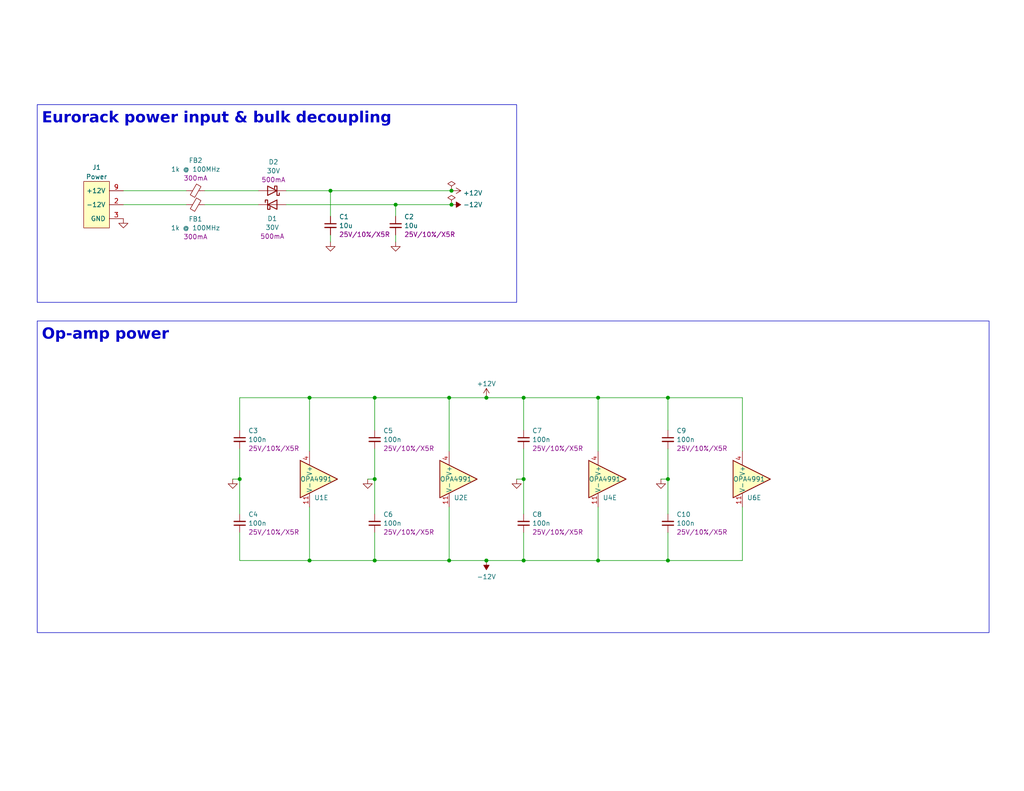
<source format=kicad_sch>
(kicad_sch (version 20230121) (generator eeschema)
  (paper "USLetter")
  (title_block (title "Helium") (date "2023-04-05") (rev "v3") (company "Winterbloom") (comment 1 "Alethea Flowers") (comment 2 "CERN OHL-P v2") (comment 3 "helium.wntr.dev"))
  (lib_symbols
    (symbol "Device:C_Small" (pin_numbers hide) (pin_names (offset 0.254) hide)
      (property "Reference" "C" (at 0.254 1.778 0))
      (property "Value" "C_Small" (at 0.254 -2.032 0))
      (symbol "C_Small_0_1"
        (polyline (pts (xy -1.524 -0.508) (xy 1.524 -0.508)) (stroke (width 0.3302)))
        (polyline (pts (xy -1.524 0.508) (xy 1.524 0.508)) (stroke (width 0.3048)))
      )
      (symbol "C_Small_1_1"
        (pin passive line (at 0 2.54 270) (length 2.032) (name "~") (number "1"))
        (pin passive line (at 0 -2.54 90) (length 2.032) (name "~") (number "2"))
      )
    )
    (symbol "Device:FerriteBead_Small" (pin_numbers hide) (pin_names (offset 0))
      (property "Reference" "FB" (at 1.905 1.27 0))
      (property "Value" "FerriteBead_Small" (at 1.905 -1.27 0))
      (symbol "FerriteBead_Small_0_1"
        (polyline (pts (xy 0 -1.27) (xy 0 -0.7874)))
        (polyline (pts (xy 0 0.889) (xy 0 1.2954)))
        (polyline (pts (xy -1.8288 0.2794) (xy -1.1176 1.4986) (xy 1.8288 -0.2032) (xy 1.1176 -1.4224) (xy -1.8288 0.2794)))
      )
      (symbol "FerriteBead_Small_1_1"
        (pin passive line (at 0 2.54 270) (length 1.27) (name "~") (number "1"))
        (pin passive line (at 0 -2.54 90) (length 1.27) (name "~") (number "2"))
      )
    )
    (symbol "Diode:1N5819" (pin_numbers hide) (pin_names (offset 1.016) hide)
      (property "Reference" "D" (at 0 2.54 0))
      (property "Value" "1N5819" (at 0 -2.54 0))
      (symbol "1N5819_0_1"
        (polyline (pts (xy 1.27 0) (xy -1.27 0)))
        (polyline (pts (xy 1.27 1.27) (xy 1.27 -1.27) (xy -1.27 0) (xy 1.27 1.27)) (stroke (width 0.254)))
        (polyline (pts (xy -1.905 0.635) (xy -1.905 1.27) (xy -1.27 1.27) (xy -1.27 -1.27) (xy -0.635 -1.27) (xy -0.635 -0.635)) (stroke (width 0.254)))
      )
      (symbol "1N5819_1_1"
        (pin passive line (at -3.81 0 0) (length 2.54) (name "K") (number "1"))
        (pin passive line (at 3.81 0 180) (length 2.54) (name "A") (number "2"))
      )
    )
    (symbol "power:+12V" (power) (pin_names (offset 0))
      (property "Value" "+12V" (at 0 3.556 0))
      (symbol "+12V_0_1"
        (polyline (pts (xy -0.762 1.27) (xy 0 2.54)))
        (polyline (pts (xy 0 0) (xy 0 2.54)))
        (polyline (pts (xy 0 2.54) (xy 0.762 1.27)))
      )
      (symbol "+12V_1_1"
        (pin power_in line (at 0 0 90) (length 0) hide (name "+12V") (number "1"))
      )
    )
    (symbol "power:-12V" (power) (pin_names (offset 0))
      (property "Value" "-12V" (at 0 3.81 0))
      (symbol "-12V_0_0"
        (pin power_in line (at 0 0 90) (length 0) hide (name "-12V") (number "1"))
      )
      (symbol "-12V_0_1"
        (polyline (pts (xy 0 0) (xy 0 1.27) (xy 0.762 1.27) (xy 0 2.54) (xy -0.762 1.27) (xy 0 1.27)) (fill (type outline)))
      )
    )
    (symbol "power:GND" (power) (pin_names (offset 0))
      (property "Value" "GND" (at 0 -3.81 0))
      (symbol "GND_0_1"
        (polyline (pts (xy 0 0) (xy 0 -1.27) (xy 1.27 -1.27) (xy 0 -2.54) (xy -1.27 -1.27) (xy 0 -1.27)))
      )
      (symbol "GND_1_1"
        (pin power_in line (at 0 0 270) (length 0) hide (name "GND") (number "1"))
      )
    )
    (symbol "power:PWR_FLAG" (power) (pin_numbers hide) (pin_names (offset 0) hide)
      (property "Value" "PWR_FLAG" (at 0 3.81 0))
      (symbol "PWR_FLAG_0_0"
        (pin power_out line (at 0 0 90) (length 0) (name "pwr") (number "1"))
      )
      (symbol "PWR_FLAG_0_1"
        (polyline (pts (xy 0 0) (xy 0 1.27) (xy -1.016 1.905) (xy 0 2.54) (xy 1.016 1.905) (xy 0 1.27)))
      )
    )
    (symbol "winterbloom:Eurorack_Power" (pin_names (offset 1.016))
      (property "Reference" "J" (at -0.635 7.62 0))
      (property "Value" "Eurorack_Power" (at 0 -7.62 0))
      (symbol "Eurorack_Power_0_1"
        (rectangle (start -3.175 6.35) (end 3.81 -6.35) (fill (type background)))
      )
      (symbol "Eurorack_Power_1_1"
        (pin power_out line (at 7.62 0 180) (length 3.81) hide (name "-12V") (number "1"))
        (pin passive line (at 7.62 3.81 180) (length 3.81) hide (name "+12V") (number "10"))
        (pin passive line (at 7.62 0 180) (length 3.81) (name "-12V") (number "2"))
        (pin power_out line (at 7.62 -3.81 180) (length 3.81) (name "GND") (number "3"))
        (pin passive line (at 7.62 -3.81 180) (length 3.81) hide (name "GND") (number "4"))
        (pin passive line (at 7.62 -3.81 180) (length 3.81) hide (name "GND") (number "5"))
        (pin passive line (at 7.62 -3.81 180) (length 3.81) hide (name "GND") (number "6"))
        (pin passive line (at 7.62 -3.81 180) (length 3.81) hide (name "GND") (number "7"))
        (pin passive line (at 7.62 -3.81 180) (length 3.81) hide (name "GND") (number "8"))
        (pin power_out line (at 7.62 3.81 180) (length 3.81) (name "+12V") (number "9"))
      )
    )
    (symbol "winterbloom:OPA4991" (pin_names (offset 0.127))
      (property "Reference" "U" (at 0.762 3.048 0))
      (property "Value" "OPA4991" (at 0.508 -3.302 0))
      (symbol "OPA4991_1_1"
        (polyline (pts (xy -5.08 5.08) (xy 5.08 0) (xy -5.08 -5.08) (xy -5.08 5.08)) (stroke (width 0.254)) (fill (type background)))
        (pin output line (at 7.62 0 180) (length 2.54) (name "~") (number "1"))
        (pin input line (at -7.62 -2.54 0) (length 2.54) (name "-") (number "2"))
        (pin input line (at -7.62 2.54 0) (length 2.54) (name "+") (number "3"))
      )
      (symbol "OPA4991_2_1"
        (polyline (pts (xy -5.08 5.08) (xy 5.08 0) (xy -5.08 -5.08) (xy -5.08 5.08)) (stroke (width 0.254)) (fill (type background)))
        (pin input line (at -7.62 2.54 0) (length 2.54) (name "+") (number "5"))
        (pin input line (at -7.62 -2.54 0) (length 2.54) (name "-") (number "6"))
        (pin output line (at 7.62 0 180) (length 2.54) (name "~") (number "7"))
      )
      (symbol "OPA4991_3_1"
        (polyline (pts (xy -5.08 5.08) (xy 5.08 0) (xy -5.08 -5.08) (xy -5.08 5.08)) (stroke (width 0.254)) (fill (type background)))
        (pin input line (at -7.62 2.54 0) (length 2.54) (name "+") (number "10"))
        (pin output line (at 7.62 0 180) (length 2.54) (name "~") (number "8"))
        (pin input line (at -7.62 -2.54 0) (length 2.54) (name "-") (number "9"))
      )
      (symbol "OPA4991_4_1"
        (polyline (pts (xy -5.08 5.08) (xy 5.08 0) (xy -5.08 -5.08) (xy -5.08 5.08)) (stroke (width 0.254)) (fill (type background)))
        (pin input line (at -7.62 2.54 0) (length 2.54) (name "+") (number "12"))
        (pin input line (at -7.62 -2.54 0) (length 2.54) (name "-") (number "13"))
        (pin output line (at 7.62 0 180) (length 2.54) (name "~") (number "14"))
      )
      (symbol "OPA4991_5_1"
        (polyline (pts (xy -5.08 5.08) (xy 5.08 0) (xy -5.08 -5.08) (xy -5.08 5.08)) (stroke (width 0.254)) (fill (type background)))
        (pin power_in line (at -2.54 -7.62 90) (length 3.81) (name "V-") (number "11"))
        (pin power_in line (at -2.54 7.62 270) (length 3.81) (name "V+") (number "4"))
      )
    )
  )
  (junction (at 84.455 108.585))
  (junction (at 122.555 108.585))
  (junction (at 90.17 52.07))
  (junction (at 122.555 153.035))
  (junction (at 142.875 130.81))
  (junction (at 132.715 108.585))
  (junction (at 107.95 55.88))
  (junction (at 123.19 55.88))
  (junction (at 102.235 130.81))
  (junction (at 102.235 108.585))
  (junction (at 163.195 153.035))
  (junction (at 182.245 108.585))
  (junction (at 163.195 108.585))
  (junction (at 142.875 108.585))
  (junction (at 84.455 153.035))
  (junction (at 182.245 130.81))
  (junction (at 102.235 153.035))
  (junction (at 132.715 153.035))
  (junction (at 182.245 153.035))
  (junction (at 123.19 52.07))
  (junction (at 142.875 153.035))
  (junction (at 65.405 130.81))
  (wire (pts (xy 142.875 108.585) (xy 142.875 117.475)))
  (wire (pts (xy 202.565 138.43) (xy 202.565 153.035)))
  (wire (pts (xy 122.555 153.035) (xy 132.715 153.035)))
  (wire (pts (xy 102.235 153.035) (xy 122.555 153.035)))
  (wire (pts (xy 102.235 122.555) (xy 102.235 130.81)))
  (wire (pts (xy 78.105 52.07) (xy 90.17 52.07)))
  (wire (pts (xy 55.88 55.88) (xy 70.485 55.88)))
  (wire (pts (xy 65.405 117.475) (xy 65.405 108.585)))
  (wire (pts (xy 180.34 130.81) (xy 182.245 130.81)))
  (wire (pts (xy 107.95 55.88) (xy 107.95 59.055)))
  (wire (pts (xy 142.875 153.035) (xy 163.195 153.035)))
  (wire (pts (xy 142.875 108.585) (xy 163.195 108.585)))
  (wire (pts (xy 122.555 138.43) (xy 122.555 153.035)))
  (wire (pts (xy 182.245 130.81) (xy 182.245 140.335)))
  (wire (pts (xy 102.235 140.335) (xy 102.235 130.81)))
  (wire (pts (xy 132.715 153.035) (xy 142.875 153.035)))
  (wire (pts (xy 163.195 153.035) (xy 182.245 153.035)))
  (wire (pts (xy 102.235 108.585) (xy 84.455 108.585)))
  (wire (pts (xy 63.5 130.81) (xy 65.405 130.81)))
  (wire (pts (xy 122.555 123.19) (xy 122.555 108.585)))
  (wire (pts (xy 107.95 66.04) (xy 107.95 64.135)))
  (wire (pts (xy 182.245 108.585) (xy 182.245 117.475)))
  (wire (pts (xy 102.235 108.585) (xy 122.555 108.585)))
  (wire (pts (xy 142.875 130.81) (xy 142.875 122.555)))
  (wire (pts (xy 84.455 153.035) (xy 102.235 153.035)))
  (wire (pts (xy 163.195 138.43) (xy 163.195 153.035)))
  (wire (pts (xy 84.455 138.43) (xy 84.455 153.035)))
  (wire (pts (xy 182.245 153.035) (xy 202.565 153.035)))
  (wire (pts (xy 132.715 108.585) (xy 142.875 108.585)))
  (wire (pts (xy 182.245 153.035) (xy 182.245 145.415)))
  (wire (pts (xy 102.235 108.585) (xy 102.235 117.475)))
  (wire (pts (xy 33.655 52.07) (xy 50.8 52.07)))
  (wire (pts (xy 65.405 122.555) (xy 65.405 130.81)))
  (wire (pts (xy 163.195 108.585) (xy 182.245 108.585)))
  (wire (pts (xy 102.235 130.81) (xy 100.33 130.81)))
  (wire (pts (xy 202.565 108.585) (xy 202.565 123.19)))
  (wire (pts (xy 55.88 52.07) (xy 70.485 52.07)))
  (wire (pts (xy 65.405 145.415) (xy 65.405 153.035)))
  (wire (pts (xy 142.875 140.335) (xy 142.875 130.81)))
  (wire (pts (xy 65.405 140.335) (xy 65.405 130.81)))
  (wire (pts (xy 102.235 145.415) (xy 102.235 153.035)))
  (wire (pts (xy 33.655 55.88) (xy 50.8 55.88)))
  (wire (pts (xy 142.875 153.035) (xy 142.875 145.415)))
  (wire (pts (xy 182.245 108.585) (xy 202.565 108.585)))
  (wire (pts (xy 90.17 52.07) (xy 123.19 52.07)))
  (wire (pts (xy 140.97 130.81) (xy 142.875 130.81)))
  (wire (pts (xy 182.245 130.81) (xy 182.245 122.555)))
  (wire (pts (xy 163.195 108.585) (xy 163.195 123.19)))
  (wire (pts (xy 90.17 66.04) (xy 90.17 64.135)))
  (wire (pts (xy 90.17 52.07) (xy 90.17 59.055)))
  (wire (pts (xy 65.405 153.035) (xy 84.455 153.035)))
  (wire (pts (xy 107.95 55.88) (xy 123.19 55.88)))
  (wire (pts (xy 65.405 108.585) (xy 84.455 108.585)))
  (wire (pts (xy 84.455 108.585) (xy 84.455 123.19)))
  (wire (pts (xy 78.105 55.88) (xy 107.95 55.88)))
  (wire (pts (xy 122.555 108.585) (xy 132.715 108.585)))
  (rectangle (start 10.16 87.63) (end 269.875 172.72))
  (rectangle (start 10.16 28.575) (end 140.97 82.55))
  (text "Eurorack power input & bulk decoupling" (at 11.43 34.925 0) (effects (font (size 3 3) (thickness 0.508) bold) (justify left bottom)))
  (text "Op-amp power" (at 11.43 93.98 0) (effects (font (size 3 3) (thickness 0.508) bold) (justify left bottom)))
  (symbol (lib_id "power:GND") (at 90.17 66.04 0) (unit 1)
    (property "Reference" "#PWR0118" (effects hide))
    (property "Value" "GND" (effects hide))
    (instances (project "board" (path "" (reference "#PWR0118") (unit 1)) (path "" (reference "#PWR04") (unit 1))))
  )
  (symbol (lib_id "Device:C_Small") (at 142.875 142.875 180) (unit 1)
    (property "Reference" "C8" (at 145.1991 140.4444 0) (effects (justify right)))
    (property "Value" "100n" (at 145.1991 142.8686 0) (effects (justify right)))
    (property "Footprint" "winterbloom:C_0603_HandSolder" (effects hide))
    (property "Notes" "Op-amp bypass cap" (effects hide))
    (property "Rating" "25V/10%/X5R" (at 145.1991 145.2928 0) (effects (justify right)))
    (property "MPN" "CL10B104KB8NNNC" (effects hide))
    (property "DigiKey" "1276-1000-2-ND" (effects hide))
    (property "LCSC" "C1591" (effects hide))
    (property "Mouser" "187-CL10B104KB8NNNC" (effects hide))
  )
  (symbol (lib_id "power:+12V") (at 123.19 52.07 270) (unit 1)
    (property "Reference" "#PWR0104" (effects hide))
    (property "Value" "+12V" (at 126.365 52.705 90) (effects (justify left)))
    (instances (project "board" (path "" (reference "#PWR0104") (unit 1)) (path "" (reference "#PWR08") (unit 1))))
  )
  (symbol (lib_id "Device:C_Small") (at 65.405 120.015 0) (unit 1)
    (property "Reference" "C3" (at 67.7291 117.5971 0) (effects (justify left)))
    (property "Value" "100n" (at 67.7291 120.0213 0) (effects (justify left)))
    (property "Footprint" "winterbloom:C_0603_HandSolder" (effects hide))
    (property "Notes" "Op-amp bypass cap" (effects hide))
    (property "Rating" "25V/10%/X5R" (at 67.7291 122.4455 0) (effects (justify left)))
    (property "MPN" "CL10B104KB8NNNC" (effects hide))
    (property "DigiKey" "1276-1000-2-ND" (effects hide))
    (property "LCSC" "C1591" (effects hide))
    (property "Mouser" "187-CL10B104KB8NNNC" (effects hide))
  )
  (symbol (lib_id "Diode:1N5819") (at 74.295 52.07 180) (unit 1)
    (property "Reference" "D2" (at 74.6125 44.2315 0))
    (property "Value" "30V" (at 74.6125 46.6557 0))
    (property "Footprint" "winterbloom:D_SOD-123+SOD-123F" (effects hide))
    (property "Datasheet" "https://assets.nexperia.com/documents/data-sheet/PMEG2005EGW.pdf" (effects hide))
    (property "Notes" "Can sub almost any PMEGxxxxEG part with more than 300mA If" (effects hide))
    (property "Rating" "500mA" (at 74.6125 49.0799 0))
    (property "MPN" "PMEG2005EGWX" (effects hide))
    (property "DigiKey" "1727-7329-1-ND" (effects hide))
    (property "LCSC" "C133636" (effects hide))
    (property "Mouser" "841-PMEG2005EGWX" (effects hide))
  )
  (symbol (lib_id "winterbloom:Eurorack_Power") (at 26.035 55.88 0) (unit 1)
    (property "Reference" "J1" (at 26.3525 45.72 0))
    (property "Value" "Power" (at 26.3525 48.26 0))
    (property "Footprint" "winterbloom:Eurorack_Power_2x5_Shrouded_Lock" (effects hide))
    (property "Datasheet" "https://www.on-shore.com/wp-content/uploads/302-S.pdf" (effects hide))
    (property "MPN" "302-S101" (effects hide))
    (property "DigiKey" "ED1543-ND" (effects hide))
    (property "LCSC" "C429962" (effects hide))
    (property "Mouser" "710-61201021621" (effects hide))
  )
  (symbol (lib_id "power:GND") (at 100.33 130.81 0) (unit 1)
    (property "Reference" "#PWR0112" (effects hide))
    (property "Value" "GND" (effects hide))
    (instances (project "board" (path "" (reference "#PWR0112") (unit 1)) (path "" (reference "#PWR012") (unit 1))))
  )
  (symbol (lib_id "power:GND") (at 180.34 130.81 0) (unit 1)
    (property "Reference" "#PWR0134" (effects hide))
    (property "Value" "GND" (effects hide))
    (instances (project "board" (path "" (reference "#PWR0134") (unit 1)) (path "" (reference "#PWR018") (unit 1))))
  )
  (symbol (lib_id "Device:C_Small") (at 107.95 61.595 0) (unit 1)
    (property "Reference" "C2" (at 110.2741 59.1771 0) (effects (justify left)))
    (property "Value" "10u" (at 110.2741 61.6013 0) (effects (justify left)))
    (property "Footprint" "winterbloom:C_0805_HandSolder" (effects hide))
    (property "Notes" "Bulk bypass cap" (effects hide))
    (property "Rating" "25V/10%/X5R" (at 110.2741 64.0255 0) (effects (justify left)))
    (property "MPN" "GRM21BR61E106KA73K" (effects hide))
    (property "DigiKey" "490-16824-1-ND" (effects hide))
    (property "LCSC" "C3909351" (effects hide))
    (property "Mouser" "81-GRM21BR61E106KA3K" (effects hide))
  )
  (symbol (lib_id "winterbloom:OPA4991") (at 86.995 130.81 0) (unit 5)
    (property "Reference" "U1" (at 85.725 135.89 0) (effects (justify left)))
    (property "Value" "OPA4991" (at 81.915 130.81 0) (effects (justify left)))
    (property "Footprint" "Package_SO:TSSOP-14_4.4x5mm_P0.65mm" (effects hide))
    (property "Datasheet" "https://www.ti.com/lit/ds/symlink/opa4991.pdf" (effects hide))
    (property "MPN" "OPA4991IPWR" (effects hide))
    (property "DigiKey" "296-OPA4991IPWRCT-ND" (effects hide))
    (property "LCSC" "C2873620" (effects hide))
    (property "Mouser" "595-OPA4991IPWR" (effects hide))
    (property "Notes" "Sub with OPA4171, OPA1679, OPA4197" (effects hide))
  )
  (symbol (lib_id "Device:C_Small") (at 182.245 120.015 0) (unit 1)
    (property "Reference" "C9" (at 184.5691 117.5971 0) (effects (justify left)))
    (property "Value" "100n" (at 184.5691 120.0213 0) (effects (justify left)))
    (property "Footprint" "winterbloom:C_0603_HandSolder" (effects hide))
    (property "Notes" "Op-amp bypass cap" (effects hide))
    (property "Rating" "25V/10%/X5R" (at 184.5691 122.4455 0) (effects (justify left)))
    (property "MPN" "CL10B104KB8NNNC" (effects hide))
    (property "DigiKey" "1276-1000-2-ND" (effects hide))
    (property "LCSC" "C1591" (effects hide))
    (property "Mouser" "187-CL10B104KB8NNNC" (effects hide))
  )
  (symbol (lib_id "power:+12V") (at 132.715 108.585 0) (unit 1)
    (property "Reference" "#PWR0128" (effects hide))
    (property "Value" "+12V" (at 132.715 104.775 0))
    (instances (project "board" (path "" (reference "#PWR0128") (unit 1)) (path "" (reference "#PWR014") (unit 1))))
  )
  (symbol (lib_id "power:GND") (at 140.97 130.81 0) (unit 1)
    (property "Reference" "#PWR0124" (effects hide))
    (property "Value" "GND" (effects hide))
    (instances (project "board" (path "" (reference "#PWR0124") (unit 1)) (path "" (reference "#PWR015") (unit 1))))
  )
  (symbol (lib_id "power:GND") (at 33.655 59.69 0) (unit 1)
    (property "Reference" "#PWR0101" (effects hide))
    (property "Value" "GND" (effects hide))
    (instances (project "board" (path "" (reference "#PWR0101") (unit 1)) (path "" (reference "#PWR03") (unit 1))))
  )
  (symbol (lib_id "Diode:1N5819") (at 74.295 55.88 0) (unit 1)
    (property "Reference" "D1" (at 74.295 59.69 0))
    (property "Value" "30V" (at 74.295 62.1142 0))
    (property "Footprint" "winterbloom:D_SOD-123+SOD-123F" (effects hide))
    (property "Datasheet" "https://assets.nexperia.com/documents/data-sheet/PMEG2005EGW.pdf" (effects hide))
    (property "Notes" "Can sub almost any PMEGxxxxEG part with more than 300mA If" (effects hide))
    (property "Rating" "500mA" (at 74.295 64.5384 0))
    (property "MPN" "PMEG2005EGWX" (effects hide))
    (property "DigiKey" "1727-7329-1-ND" (effects hide))
    (property "LCSC" "C133636" (effects hide))
    (property "Mouser" "841-PMEG2005EGWX" (effects hide))
  )
  (symbol (lib_id "power:-12V") (at 132.715 153.035 180) (unit 1)
    (property "Reference" "#PWR0105" (effects hide))
    (property "Value" "-12V" (at 132.715 157.48 0))
    (instances (project "board" (path "" (reference "#PWR0105") (unit 1)) (path "" (reference "#PWR016") (unit 1))))
  )
  (symbol (lib_id "Device:C_Small") (at 65.405 142.875 180) (unit 1)
    (property "Reference" "C4" (at 67.7291 140.4444 0) (effects (justify right)))
    (property "Value" "100n" (at 67.7291 142.8686 0) (effects (justify right)))
    (property "Footprint" "winterbloom:C_0603_HandSolder" (effects hide))
    (property "Notes" "Op-amp bypass cap" (effects hide))
    (property "Rating" "25V/10%/X5R" (at 67.7291 145.2928 0) (effects (justify right)))
    (property "MPN" "CL10B104KB8NNNC" (effects hide))
    (property "DigiKey" "1276-1000-2-ND" (effects hide))
    (property "LCSC" "C1591" (effects hide))
    (property "Mouser" "187-CL10B104KB8NNNC" (effects hide))
  )
  (symbol (lib_id "power:-12V") (at 123.19 55.88 270) (unit 1)
    (property "Reference" "#PWR0103" (effects hide))
    (property "Value" "-12V" (at 126.365 55.88 90) (effects (justify left)))
    (instances (project "board" (path "" (reference "#PWR0103") (unit 1)) (path "" (reference "#PWR09") (unit 1))))
  )
  (symbol (lib_id "power:GND") (at 63.5 130.81 0) (unit 1)
    (property "Reference" "#PWR0113" (effects hide))
    (property "Value" "GND" (effects hide))
    (instances (project "board" (path "" (reference "#PWR0113") (unit 1)) (path "" (reference "#PWR011") (unit 1))))
  )
  (symbol (lib_id "power:PWR_FLAG") (at 123.19 52.07 0) (unit 1)
    (property "Reference" "#FLG0101" (effects hide))
    (property "Value" "PWR_FLAG" (effects hide))
    (instances (project "board" (path "" (reference "#FLG0101") (unit 1)) (path "" (reference "#FLG01") (unit 1))))
  )
  (symbol (lib_id "Device:FerriteBead_Small") (at 53.34 55.88 270) (unit 1)
    (property "Reference" "FB1" (at 53.34 59.8058 90))
    (property "Value" "1k @ 100MHz" (at 53.34 62.23 90))
    (property "Footprint" "winterbloom:L_0603_HandSolder" (effects hide))
    (property "Datasheet" "https://www.murata.com/en-us/products/productdata/8796738650142/ENFA0003.pdf" (effects hide))
    (property "Rating" "300mA" (at 53.34 64.6542 90))
    (property "MPN" "BLM18AG102SN1D" (effects hide))
    (property "DigiKey" "490-1015-1-ND" (effects hide))
    (property "LCSC" "C85824" (effects hide))
    (property "Mouser" "81-BLM11A102S" (effects hide))
  )
  (symbol (lib_id "winterbloom:OPA4991") (at 165.735 130.81 0) (unit 5)
    (property "Reference" "U4" (at 164.465 135.89 0) (effects (justify left)))
    (property "Value" "OPA4991" (at 160.655 130.81 0) (effects (justify left)))
    (property "Footprint" "Package_SO:TSSOP-14_4.4x5mm_P0.65mm" (effects hide))
    (property "Datasheet" "https://www.ti.com/lit/ds/symlink/opa4991.pdf" (effects hide))
    (property "MPN" "OPA4991IPWR" (effects hide))
    (property "DigiKey" "296-OPA4991IPWRCT-ND" (effects hide))
    (property "LCSC" "C2873620" (effects hide))
    (property "Mouser" "595-OPA4991IPWR" (effects hide))
    (property "Notes" "Sub with OPA4171, OPA1679, OPA4197" (effects hide))
  )
  (symbol (lib_id "winterbloom:OPA4991") (at 205.105 130.81 0) (unit 5)
    (property "Reference" "U6" (at 203.835 135.89 0) (effects (justify left)))
    (property "Value" "OPA4991" (at 200.025 130.81 0) (effects (justify left)))
    (property "Footprint" "Package_SO:TSSOP-14_4.4x5mm_P0.65mm" (effects hide))
    (property "Datasheet" "https://www.ti.com/lit/ds/symlink/opa4991.pdf" (effects hide))
    (property "MPN" "OPA4991IPWR" (effects hide))
    (property "DigiKey" "296-OPA4991IPWRCT-ND" (effects hide))
    (property "LCSC" "C2873620" (effects hide))
    (property "Mouser" "595-OPA4991IPWR" (effects hide))
    (property "Notes" "Sub with OPA4171, OPA1679, OPA4197" (effects hide))
  )
  (symbol (lib_id "power:PWR_FLAG") (at 123.19 55.88 0) (unit 1)
    (property "Reference" "#FLG0102" (effects hide))
    (property "Value" "PWR_FLAG" (effects hide))
    (instances (project "board" (path "" (reference "#FLG0102") (unit 1)) (path "" (reference "#FLG02") (unit 1))))
  )
  (symbol (lib_id "Device:FerriteBead_Small") (at 53.34 52.07 270) (unit 1)
    (property "Reference" "FB2" (at 53.3781 43.7997 90))
    (property "Value" "1k @ 100MHz" (at 53.3781 46.2239 90))
    (property "Footprint" "winterbloom:L_0603_HandSolder" (effects hide))
    (property "Datasheet" "https://www.murata.com/en-us/products/productdata/8796738650142/ENFA0003.pdf" (effects hide))
    (property "Rating" "300mA" (at 53.3781 48.6481 90))
    (property "MPN" "BLM18AG102SN1D" (effects hide))
    (property "DigiKey" "490-1015-1-ND" (effects hide))
    (property "LCSC" "C85824" (effects hide))
    (property "Mouser" "81-BLM11A102S" (effects hide))
  )
  (symbol (lib_id "Device:C_Small") (at 90.17 61.595 0) (unit 1)
    (property "Reference" "C1" (at 92.4941 59.1771 0) (effects (justify left)))
    (property "Value" "10u" (at 92.4941 61.6013 0) (effects (justify left)))
    (property "Footprint" "winterbloom:C_0805_HandSolder" (effects hide))
    (property "Notes" "Bulk bypass cap" (effects hide))
    (property "Rating" "25V/10%/X5R" (at 92.4941 64.0255 0) (effects (justify left)))
    (property "MPN" "GRM21BR61E106KA73K" (effects hide))
    (property "DigiKey" "490-16824-1-ND" (effects hide))
    (property "LCSC" "C3909351" (effects hide))
    (property "Mouser" "81-GRM21BR61E106KA3K" (effects hide))
  )
  (symbol (lib_id "Device:C_Small") (at 102.235 120.015 0) (unit 1)
    (property "Reference" "C5" (at 104.5591 117.5971 0) (effects (justify left)))
    (property "Value" "100n" (at 104.5591 120.0213 0) (effects (justify left)))
    (property "Footprint" "winterbloom:C_0603_HandSolder" (effects hide))
    (property "Notes" "Op-amp bypass cap" (effects hide))
    (property "Rating" "25V/10%/X5R" (at 104.5591 122.4455 0) (effects (justify left)))
    (property "MPN" "CL10B104KB8NNNC" (effects hide))
    (property "DigiKey" "1276-1000-2-ND" (effects hide))
    (property "LCSC" "C1591" (effects hide))
    (property "Mouser" "187-CL10B104KB8NNNC" (effects hide))
  )
  (symbol (lib_id "winterbloom:OPA4991") (at 125.095 130.81 0) (unit 5)
    (property "Reference" "U2" (at 123.825 135.89 0) (effects (justify left)))
    (property "Value" "OPA4991" (at 120.015 130.81 0) (effects (justify left)))
    (property "Footprint" "Package_SO:TSSOP-14_4.4x5mm_P0.65mm" (effects hide))
    (property "Datasheet" "https://www.ti.com/lit/ds/symlink/opa4991.pdf" (effects hide))
    (property "MPN" "OPA4991IPWR" (effects hide))
    (property "DigiKey" "296-OPA4991IPWRCT-ND" (effects hide))
    (property "LCSC" "C2873620" (effects hide))
    (property "Mouser" "595-OPA4991IPWR" (effects hide))
    (property "Notes" "Sub with OPA4171, OPA1679, OPA4197" (effects hide))
  )
  (symbol (lib_id "power:GND") (at 107.95 66.04 0) (unit 1)
    (property "Reference" "#PWR0102" (effects hide))
    (property "Value" "GND" (effects hide))
    (instances (project "board" (path "" (reference "#PWR0102") (unit 1)) (path "" (reference "#PWR05") (unit 1))))
  )
  (symbol (lib_id "Device:C_Small") (at 142.875 120.015 0) (unit 1)
    (property "Reference" "C7" (at 145.1991 117.5971 0) (effects (justify left)))
    (property "Value" "100n" (at 145.1991 120.0213 0) (effects (justify left)))
    (property "Footprint" "winterbloom:C_0603_HandSolder" (effects hide))
    (property "Notes" "Op-amp bypass cap" (effects hide))
    (property "Rating" "25V/10%/X5R" (at 145.1991 122.4455 0) (effects (justify left)))
    (property "MPN" "CL10B104KB8NNNC" (effects hide))
    (property "DigiKey" "1276-1000-2-ND" (effects hide))
    (property "LCSC" "C1591" (effects hide))
    (property "Mouser" "187-CL10B104KB8NNNC" (effects hide))
  )
  (symbol (lib_id "Device:C_Small") (at 102.235 142.875 180) (unit 1)
    (property "Reference" "C6" (at 104.5591 140.4444 0) (effects (justify right)))
    (property "Value" "100n" (at 104.5591 142.8686 0) (effects (justify right)))
    (property "Footprint" "winterbloom:C_0603_HandSolder" (effects hide))
    (property "Notes" "Op-amp bypass cap" (effects hide))
    (property "Rating" "25V/10%/X5R" (at 104.5591 145.2928 0) (effects (justify right)))
    (property "MPN" "CL10B104KB8NNNC" (effects hide))
    (property "DigiKey" "1276-1000-2-ND" (effects hide))
    (property "LCSC" "C1591" (effects hide))
    (property "Mouser" "187-CL10B104KB8NNNC" (effects hide))
  )
  (symbol (lib_id "Device:C_Small") (at 182.245 142.875 180) (unit 1)
    (property "Reference" "C10" (at 184.5691 140.4444 0) (effects (justify right)))
    (property "Value" "100n" (at 184.5691 142.8686 0) (effects (justify right)))
    (property "Footprint" "winterbloom:C_0603_HandSolder" (effects hide))
    (property "Notes" "Op-amp bypass cap" (effects hide))
    (property "Rating" "25V/10%/X5R" (at 184.5691 145.2928 0) (effects (justify right)))
    (property "MPN" "CL10B104KB8NNNC" (effects hide))
    (property "DigiKey" "1276-1000-2-ND" (effects hide))
    (property "LCSC" "C1591" (effects hide))
    (property "Mouser" "187-CL10B104KB8NNNC" (effects hide))
  )
)
</source>
